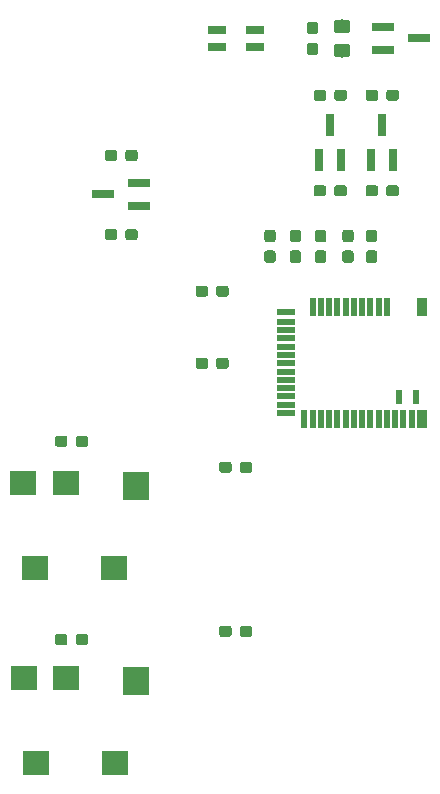
<source format=gbr>
G04 #@! TF.GenerationSoftware,KiCad,Pcbnew,5.0.0-fee4fd1~66~ubuntu16.04.1*
G04 #@! TF.CreationDate,2018-09-26T19:07:44+05:30*
G04 #@! TF.ProjectId,senseBeRx_rev1,73656E7365426552785F726576312E6B,rev?*
G04 #@! TF.SameCoordinates,Original*
G04 #@! TF.FileFunction,Paste,Top*
G04 #@! TF.FilePolarity,Positive*
%FSLAX46Y46*%
G04 Gerber Fmt 4.6, Leading zero omitted, Abs format (unit mm)*
G04 Created by KiCad (PCBNEW 5.0.0-fee4fd1~66~ubuntu16.04.1) date Wed Sep 26 19:07:44 2018*
%MOMM*%
%LPD*%
G01*
G04 APERTURE LIST*
%ADD10R,2.200000X2.000000*%
%ADD11R,2.200000X2.400000*%
%ADD12C,0.100000*%
%ADD13C,0.950000*%
%ADD14R,1.600000X0.800000*%
%ADD15R,1.900000X0.800000*%
%ADD16R,0.800000X1.900000*%
%ADD17R,0.500000X1.200000*%
%ADD18R,0.900000X1.600000*%
%ADD19R,0.500000X1.600000*%
%ADD20R,1.600000X0.500000*%
%ADD21C,1.150000*%
G04 APERTURE END LIST*
D10*
G04 #@! TO.C,J2*
X103050000Y-143870000D03*
X109750000Y-143870000D03*
X102050000Y-136670000D03*
X105650000Y-136670000D03*
D11*
X111550000Y-136870000D03*
G04 #@! TD*
D12*
G04 #@! TO.C,R9*
G36*
X107285779Y-132926144D02*
X107308834Y-132929563D01*
X107331443Y-132935227D01*
X107353387Y-132943079D01*
X107374457Y-132953044D01*
X107394448Y-132965026D01*
X107413168Y-132978910D01*
X107430438Y-132994562D01*
X107446090Y-133011832D01*
X107459974Y-133030552D01*
X107471956Y-133050543D01*
X107481921Y-133071613D01*
X107489773Y-133093557D01*
X107495437Y-133116166D01*
X107498856Y-133139221D01*
X107500000Y-133162500D01*
X107500000Y-133637500D01*
X107498856Y-133660779D01*
X107495437Y-133683834D01*
X107489773Y-133706443D01*
X107481921Y-133728387D01*
X107471956Y-133749457D01*
X107459974Y-133769448D01*
X107446090Y-133788168D01*
X107430438Y-133805438D01*
X107413168Y-133821090D01*
X107394448Y-133834974D01*
X107374457Y-133846956D01*
X107353387Y-133856921D01*
X107331443Y-133864773D01*
X107308834Y-133870437D01*
X107285779Y-133873856D01*
X107262500Y-133875000D01*
X106687500Y-133875000D01*
X106664221Y-133873856D01*
X106641166Y-133870437D01*
X106618557Y-133864773D01*
X106596613Y-133856921D01*
X106575543Y-133846956D01*
X106555552Y-133834974D01*
X106536832Y-133821090D01*
X106519562Y-133805438D01*
X106503910Y-133788168D01*
X106490026Y-133769448D01*
X106478044Y-133749457D01*
X106468079Y-133728387D01*
X106460227Y-133706443D01*
X106454563Y-133683834D01*
X106451144Y-133660779D01*
X106450000Y-133637500D01*
X106450000Y-133162500D01*
X106451144Y-133139221D01*
X106454563Y-133116166D01*
X106460227Y-133093557D01*
X106468079Y-133071613D01*
X106478044Y-133050543D01*
X106490026Y-133030552D01*
X106503910Y-133011832D01*
X106519562Y-132994562D01*
X106536832Y-132978910D01*
X106555552Y-132965026D01*
X106575543Y-132953044D01*
X106596613Y-132943079D01*
X106618557Y-132935227D01*
X106641166Y-132929563D01*
X106664221Y-132926144D01*
X106687500Y-132925000D01*
X107262500Y-132925000D01*
X107285779Y-132926144D01*
X107285779Y-132926144D01*
G37*
D13*
X106975000Y-133400000D03*
D12*
G36*
X105535779Y-132926144D02*
X105558834Y-132929563D01*
X105581443Y-132935227D01*
X105603387Y-132943079D01*
X105624457Y-132953044D01*
X105644448Y-132965026D01*
X105663168Y-132978910D01*
X105680438Y-132994562D01*
X105696090Y-133011832D01*
X105709974Y-133030552D01*
X105721956Y-133050543D01*
X105731921Y-133071613D01*
X105739773Y-133093557D01*
X105745437Y-133116166D01*
X105748856Y-133139221D01*
X105750000Y-133162500D01*
X105750000Y-133637500D01*
X105748856Y-133660779D01*
X105745437Y-133683834D01*
X105739773Y-133706443D01*
X105731921Y-133728387D01*
X105721956Y-133749457D01*
X105709974Y-133769448D01*
X105696090Y-133788168D01*
X105680438Y-133805438D01*
X105663168Y-133821090D01*
X105644448Y-133834974D01*
X105624457Y-133846956D01*
X105603387Y-133856921D01*
X105581443Y-133864773D01*
X105558834Y-133870437D01*
X105535779Y-133873856D01*
X105512500Y-133875000D01*
X104937500Y-133875000D01*
X104914221Y-133873856D01*
X104891166Y-133870437D01*
X104868557Y-133864773D01*
X104846613Y-133856921D01*
X104825543Y-133846956D01*
X104805552Y-133834974D01*
X104786832Y-133821090D01*
X104769562Y-133805438D01*
X104753910Y-133788168D01*
X104740026Y-133769448D01*
X104728044Y-133749457D01*
X104718079Y-133728387D01*
X104710227Y-133706443D01*
X104704563Y-133683834D01*
X104701144Y-133660779D01*
X104700000Y-133637500D01*
X104700000Y-133162500D01*
X104701144Y-133139221D01*
X104704563Y-133116166D01*
X104710227Y-133093557D01*
X104718079Y-133071613D01*
X104728044Y-133050543D01*
X104740026Y-133030552D01*
X104753910Y-133011832D01*
X104769562Y-132994562D01*
X104786832Y-132978910D01*
X104805552Y-132965026D01*
X104825543Y-132953044D01*
X104846613Y-132943079D01*
X104868557Y-132935227D01*
X104891166Y-132929563D01*
X104914221Y-132926144D01*
X104937500Y-132925000D01*
X105512500Y-132925000D01*
X105535779Y-132926144D01*
X105535779Y-132926144D01*
G37*
D13*
X105225000Y-133400000D03*
G04 #@! TD*
D11*
G04 #@! TO.C,J1*
X111530000Y-120370000D03*
D10*
X105630000Y-120170000D03*
X102030000Y-120170000D03*
X109730000Y-127370000D03*
X103030000Y-127370000D03*
G04 #@! TD*
D14*
G04 #@! TO.C,D1*
X118400000Y-81800000D03*
X121600000Y-81800000D03*
X121600000Y-83200000D03*
X118400000Y-83200000D03*
G04 #@! TD*
D15*
G04 #@! TO.C,Q1*
X132500000Y-81550000D03*
X132500000Y-83450000D03*
X135500000Y-82500000D03*
G04 #@! TD*
D16*
G04 #@! TO.C,Q2*
X131450000Y-92800000D03*
X133350000Y-92800000D03*
X132400000Y-89800000D03*
G04 #@! TD*
G04 #@! TO.C,Q3*
X128000000Y-89800000D03*
X128950000Y-92800000D03*
X127050000Y-92800000D03*
G04 #@! TD*
D15*
G04 #@! TO.C,Q4*
X108800000Y-95700000D03*
X111800000Y-94750000D03*
X111800000Y-96650000D03*
G04 #@! TD*
D17*
G04 #@! TO.C,U1*
X133850000Y-112900000D03*
X135250000Y-112900000D03*
D18*
X135800000Y-114750000D03*
D19*
X134900000Y-114750000D03*
X134200000Y-114750000D03*
X133500000Y-114750000D03*
X132800000Y-114750000D03*
X132100000Y-114750000D03*
X131400000Y-114750000D03*
X130700000Y-114750000D03*
X130000000Y-114750000D03*
X129300000Y-114750000D03*
X128600000Y-114750000D03*
X127900000Y-114750000D03*
X127200000Y-114750000D03*
X126500000Y-114750000D03*
X125800000Y-114750000D03*
D20*
X124250000Y-114200000D03*
X124250000Y-113500000D03*
X124250000Y-112800000D03*
X124250000Y-112100000D03*
X124250000Y-111400000D03*
X124250000Y-110700000D03*
X124250000Y-110000000D03*
X124250000Y-109300000D03*
X124250000Y-108600000D03*
X124250000Y-107900000D03*
X124250000Y-107200000D03*
X124250000Y-106500000D03*
D19*
X126500000Y-105250000D03*
X127200000Y-105250000D03*
X127900000Y-105250000D03*
X128600000Y-105250000D03*
X129300000Y-105250000D03*
X130000000Y-105250000D03*
X130700000Y-105250000D03*
X131400000Y-105250000D03*
X132100000Y-105250000D03*
D18*
X135800000Y-105250000D03*
D19*
X132800000Y-105250000D03*
D20*
X124250000Y-105700000D03*
G04 #@! TD*
D12*
G04 #@! TO.C,C1*
G36*
X131760779Y-98701144D02*
X131783834Y-98704563D01*
X131806443Y-98710227D01*
X131828387Y-98718079D01*
X131849457Y-98728044D01*
X131869448Y-98740026D01*
X131888168Y-98753910D01*
X131905438Y-98769562D01*
X131921090Y-98786832D01*
X131934974Y-98805552D01*
X131946956Y-98825543D01*
X131956921Y-98846613D01*
X131964773Y-98868557D01*
X131970437Y-98891166D01*
X131973856Y-98914221D01*
X131975000Y-98937500D01*
X131975000Y-99512500D01*
X131973856Y-99535779D01*
X131970437Y-99558834D01*
X131964773Y-99581443D01*
X131956921Y-99603387D01*
X131946956Y-99624457D01*
X131934974Y-99644448D01*
X131921090Y-99663168D01*
X131905438Y-99680438D01*
X131888168Y-99696090D01*
X131869448Y-99709974D01*
X131849457Y-99721956D01*
X131828387Y-99731921D01*
X131806443Y-99739773D01*
X131783834Y-99745437D01*
X131760779Y-99748856D01*
X131737500Y-99750000D01*
X131262500Y-99750000D01*
X131239221Y-99748856D01*
X131216166Y-99745437D01*
X131193557Y-99739773D01*
X131171613Y-99731921D01*
X131150543Y-99721956D01*
X131130552Y-99709974D01*
X131111832Y-99696090D01*
X131094562Y-99680438D01*
X131078910Y-99663168D01*
X131065026Y-99644448D01*
X131053044Y-99624457D01*
X131043079Y-99603387D01*
X131035227Y-99581443D01*
X131029563Y-99558834D01*
X131026144Y-99535779D01*
X131025000Y-99512500D01*
X131025000Y-98937500D01*
X131026144Y-98914221D01*
X131029563Y-98891166D01*
X131035227Y-98868557D01*
X131043079Y-98846613D01*
X131053044Y-98825543D01*
X131065026Y-98805552D01*
X131078910Y-98786832D01*
X131094562Y-98769562D01*
X131111832Y-98753910D01*
X131130552Y-98740026D01*
X131150543Y-98728044D01*
X131171613Y-98718079D01*
X131193557Y-98710227D01*
X131216166Y-98704563D01*
X131239221Y-98701144D01*
X131262500Y-98700000D01*
X131737500Y-98700000D01*
X131760779Y-98701144D01*
X131760779Y-98701144D01*
G37*
D13*
X131500000Y-99225000D03*
D12*
G36*
X131760779Y-100451144D02*
X131783834Y-100454563D01*
X131806443Y-100460227D01*
X131828387Y-100468079D01*
X131849457Y-100478044D01*
X131869448Y-100490026D01*
X131888168Y-100503910D01*
X131905438Y-100519562D01*
X131921090Y-100536832D01*
X131934974Y-100555552D01*
X131946956Y-100575543D01*
X131956921Y-100596613D01*
X131964773Y-100618557D01*
X131970437Y-100641166D01*
X131973856Y-100664221D01*
X131975000Y-100687500D01*
X131975000Y-101262500D01*
X131973856Y-101285779D01*
X131970437Y-101308834D01*
X131964773Y-101331443D01*
X131956921Y-101353387D01*
X131946956Y-101374457D01*
X131934974Y-101394448D01*
X131921090Y-101413168D01*
X131905438Y-101430438D01*
X131888168Y-101446090D01*
X131869448Y-101459974D01*
X131849457Y-101471956D01*
X131828387Y-101481921D01*
X131806443Y-101489773D01*
X131783834Y-101495437D01*
X131760779Y-101498856D01*
X131737500Y-101500000D01*
X131262500Y-101500000D01*
X131239221Y-101498856D01*
X131216166Y-101495437D01*
X131193557Y-101489773D01*
X131171613Y-101481921D01*
X131150543Y-101471956D01*
X131130552Y-101459974D01*
X131111832Y-101446090D01*
X131094562Y-101430438D01*
X131078910Y-101413168D01*
X131065026Y-101394448D01*
X131053044Y-101374457D01*
X131043079Y-101353387D01*
X131035227Y-101331443D01*
X131029563Y-101308834D01*
X131026144Y-101285779D01*
X131025000Y-101262500D01*
X131025000Y-100687500D01*
X131026144Y-100664221D01*
X131029563Y-100641166D01*
X131035227Y-100618557D01*
X131043079Y-100596613D01*
X131053044Y-100575543D01*
X131065026Y-100555552D01*
X131078910Y-100536832D01*
X131094562Y-100519562D01*
X131111832Y-100503910D01*
X131130552Y-100490026D01*
X131150543Y-100478044D01*
X131171613Y-100468079D01*
X131193557Y-100460227D01*
X131216166Y-100454563D01*
X131239221Y-100451144D01*
X131262500Y-100450000D01*
X131737500Y-100450000D01*
X131760779Y-100451144D01*
X131760779Y-100451144D01*
G37*
D13*
X131500000Y-100975000D03*
G04 #@! TD*
D12*
G04 #@! TO.C,C2*
G36*
X129474505Y-82951204D02*
X129498773Y-82954804D01*
X129522572Y-82960765D01*
X129545671Y-82969030D01*
X129567850Y-82979520D01*
X129588893Y-82992132D01*
X129608599Y-83006747D01*
X129626777Y-83023223D01*
X129643253Y-83041401D01*
X129657868Y-83061107D01*
X129670480Y-83082150D01*
X129680970Y-83104329D01*
X129689235Y-83127428D01*
X129695196Y-83151227D01*
X129698796Y-83175495D01*
X129700000Y-83199999D01*
X129700000Y-83850001D01*
X129698796Y-83874505D01*
X129695196Y-83898773D01*
X129689235Y-83922572D01*
X129680970Y-83945671D01*
X129670480Y-83967850D01*
X129657868Y-83988893D01*
X129643253Y-84008599D01*
X129626777Y-84026777D01*
X129608599Y-84043253D01*
X129588893Y-84057868D01*
X129567850Y-84070480D01*
X129545671Y-84080970D01*
X129522572Y-84089235D01*
X129498773Y-84095196D01*
X129474505Y-84098796D01*
X129450001Y-84100000D01*
X128549999Y-84100000D01*
X128525495Y-84098796D01*
X128501227Y-84095196D01*
X128477428Y-84089235D01*
X128454329Y-84080970D01*
X128432150Y-84070480D01*
X128411107Y-84057868D01*
X128391401Y-84043253D01*
X128373223Y-84026777D01*
X128356747Y-84008599D01*
X128342132Y-83988893D01*
X128329520Y-83967850D01*
X128319030Y-83945671D01*
X128310765Y-83922572D01*
X128304804Y-83898773D01*
X128301204Y-83874505D01*
X128300000Y-83850001D01*
X128300000Y-83199999D01*
X128301204Y-83175495D01*
X128304804Y-83151227D01*
X128310765Y-83127428D01*
X128319030Y-83104329D01*
X128329520Y-83082150D01*
X128342132Y-83061107D01*
X128356747Y-83041401D01*
X128373223Y-83023223D01*
X128391401Y-83006747D01*
X128411107Y-82992132D01*
X128432150Y-82979520D01*
X128454329Y-82969030D01*
X128477428Y-82960765D01*
X128501227Y-82954804D01*
X128525495Y-82951204D01*
X128549999Y-82950000D01*
X129450001Y-82950000D01*
X129474505Y-82951204D01*
X129474505Y-82951204D01*
G37*
D21*
X129000000Y-83525000D03*
D12*
G36*
X129474505Y-80901204D02*
X129498773Y-80904804D01*
X129522572Y-80910765D01*
X129545671Y-80919030D01*
X129567850Y-80929520D01*
X129588893Y-80942132D01*
X129608599Y-80956747D01*
X129626777Y-80973223D01*
X129643253Y-80991401D01*
X129657868Y-81011107D01*
X129670480Y-81032150D01*
X129680970Y-81054329D01*
X129689235Y-81077428D01*
X129695196Y-81101227D01*
X129698796Y-81125495D01*
X129700000Y-81149999D01*
X129700000Y-81800001D01*
X129698796Y-81824505D01*
X129695196Y-81848773D01*
X129689235Y-81872572D01*
X129680970Y-81895671D01*
X129670480Y-81917850D01*
X129657868Y-81938893D01*
X129643253Y-81958599D01*
X129626777Y-81976777D01*
X129608599Y-81993253D01*
X129588893Y-82007868D01*
X129567850Y-82020480D01*
X129545671Y-82030970D01*
X129522572Y-82039235D01*
X129498773Y-82045196D01*
X129474505Y-82048796D01*
X129450001Y-82050000D01*
X128549999Y-82050000D01*
X128525495Y-82048796D01*
X128501227Y-82045196D01*
X128477428Y-82039235D01*
X128454329Y-82030970D01*
X128432150Y-82020480D01*
X128411107Y-82007868D01*
X128391401Y-81993253D01*
X128373223Y-81976777D01*
X128356747Y-81958599D01*
X128342132Y-81938893D01*
X128329520Y-81917850D01*
X128319030Y-81895671D01*
X128310765Y-81872572D01*
X128304804Y-81848773D01*
X128301204Y-81824505D01*
X128300000Y-81800001D01*
X128300000Y-81149999D01*
X128301204Y-81125495D01*
X128304804Y-81101227D01*
X128310765Y-81077428D01*
X128319030Y-81054329D01*
X128329520Y-81032150D01*
X128342132Y-81011107D01*
X128356747Y-80991401D01*
X128373223Y-80973223D01*
X128391401Y-80956747D01*
X128411107Y-80942132D01*
X128432150Y-80929520D01*
X128454329Y-80919030D01*
X128477428Y-80910765D01*
X128501227Y-80904804D01*
X128525495Y-80901204D01*
X128549999Y-80900000D01*
X129450001Y-80900000D01*
X129474505Y-80901204D01*
X129474505Y-80901204D01*
G37*
D21*
X129000000Y-81475000D03*
G04 #@! TD*
D12*
G04 #@! TO.C,C3*
G36*
X125310779Y-98701144D02*
X125333834Y-98704563D01*
X125356443Y-98710227D01*
X125378387Y-98718079D01*
X125399457Y-98728044D01*
X125419448Y-98740026D01*
X125438168Y-98753910D01*
X125455438Y-98769562D01*
X125471090Y-98786832D01*
X125484974Y-98805552D01*
X125496956Y-98825543D01*
X125506921Y-98846613D01*
X125514773Y-98868557D01*
X125520437Y-98891166D01*
X125523856Y-98914221D01*
X125525000Y-98937500D01*
X125525000Y-99512500D01*
X125523856Y-99535779D01*
X125520437Y-99558834D01*
X125514773Y-99581443D01*
X125506921Y-99603387D01*
X125496956Y-99624457D01*
X125484974Y-99644448D01*
X125471090Y-99663168D01*
X125455438Y-99680438D01*
X125438168Y-99696090D01*
X125419448Y-99709974D01*
X125399457Y-99721956D01*
X125378387Y-99731921D01*
X125356443Y-99739773D01*
X125333834Y-99745437D01*
X125310779Y-99748856D01*
X125287500Y-99750000D01*
X124812500Y-99750000D01*
X124789221Y-99748856D01*
X124766166Y-99745437D01*
X124743557Y-99739773D01*
X124721613Y-99731921D01*
X124700543Y-99721956D01*
X124680552Y-99709974D01*
X124661832Y-99696090D01*
X124644562Y-99680438D01*
X124628910Y-99663168D01*
X124615026Y-99644448D01*
X124603044Y-99624457D01*
X124593079Y-99603387D01*
X124585227Y-99581443D01*
X124579563Y-99558834D01*
X124576144Y-99535779D01*
X124575000Y-99512500D01*
X124575000Y-98937500D01*
X124576144Y-98914221D01*
X124579563Y-98891166D01*
X124585227Y-98868557D01*
X124593079Y-98846613D01*
X124603044Y-98825543D01*
X124615026Y-98805552D01*
X124628910Y-98786832D01*
X124644562Y-98769562D01*
X124661832Y-98753910D01*
X124680552Y-98740026D01*
X124700543Y-98728044D01*
X124721613Y-98718079D01*
X124743557Y-98710227D01*
X124766166Y-98704563D01*
X124789221Y-98701144D01*
X124812500Y-98700000D01*
X125287500Y-98700000D01*
X125310779Y-98701144D01*
X125310779Y-98701144D01*
G37*
D13*
X125050000Y-99225000D03*
D12*
G36*
X125310779Y-100451144D02*
X125333834Y-100454563D01*
X125356443Y-100460227D01*
X125378387Y-100468079D01*
X125399457Y-100478044D01*
X125419448Y-100490026D01*
X125438168Y-100503910D01*
X125455438Y-100519562D01*
X125471090Y-100536832D01*
X125484974Y-100555552D01*
X125496956Y-100575543D01*
X125506921Y-100596613D01*
X125514773Y-100618557D01*
X125520437Y-100641166D01*
X125523856Y-100664221D01*
X125525000Y-100687500D01*
X125525000Y-101262500D01*
X125523856Y-101285779D01*
X125520437Y-101308834D01*
X125514773Y-101331443D01*
X125506921Y-101353387D01*
X125496956Y-101374457D01*
X125484974Y-101394448D01*
X125471090Y-101413168D01*
X125455438Y-101430438D01*
X125438168Y-101446090D01*
X125419448Y-101459974D01*
X125399457Y-101471956D01*
X125378387Y-101481921D01*
X125356443Y-101489773D01*
X125333834Y-101495437D01*
X125310779Y-101498856D01*
X125287500Y-101500000D01*
X124812500Y-101500000D01*
X124789221Y-101498856D01*
X124766166Y-101495437D01*
X124743557Y-101489773D01*
X124721613Y-101481921D01*
X124700543Y-101471956D01*
X124680552Y-101459974D01*
X124661832Y-101446090D01*
X124644562Y-101430438D01*
X124628910Y-101413168D01*
X124615026Y-101394448D01*
X124603044Y-101374457D01*
X124593079Y-101353387D01*
X124585227Y-101331443D01*
X124579563Y-101308834D01*
X124576144Y-101285779D01*
X124575000Y-101262500D01*
X124575000Y-100687500D01*
X124576144Y-100664221D01*
X124579563Y-100641166D01*
X124585227Y-100618557D01*
X124593079Y-100596613D01*
X124603044Y-100575543D01*
X124615026Y-100555552D01*
X124628910Y-100536832D01*
X124644562Y-100519562D01*
X124661832Y-100503910D01*
X124680552Y-100490026D01*
X124700543Y-100478044D01*
X124721613Y-100468079D01*
X124743557Y-100460227D01*
X124766166Y-100454563D01*
X124789221Y-100451144D01*
X124812500Y-100450000D01*
X125287500Y-100450000D01*
X125310779Y-100451144D01*
X125310779Y-100451144D01*
G37*
D13*
X125050000Y-100975000D03*
G04 #@! TD*
D12*
G04 #@! TO.C,C4*
G36*
X119185779Y-103426144D02*
X119208834Y-103429563D01*
X119231443Y-103435227D01*
X119253387Y-103443079D01*
X119274457Y-103453044D01*
X119294448Y-103465026D01*
X119313168Y-103478910D01*
X119330438Y-103494562D01*
X119346090Y-103511832D01*
X119359974Y-103530552D01*
X119371956Y-103550543D01*
X119381921Y-103571613D01*
X119389773Y-103593557D01*
X119395437Y-103616166D01*
X119398856Y-103639221D01*
X119400000Y-103662500D01*
X119400000Y-104137500D01*
X119398856Y-104160779D01*
X119395437Y-104183834D01*
X119389773Y-104206443D01*
X119381921Y-104228387D01*
X119371956Y-104249457D01*
X119359974Y-104269448D01*
X119346090Y-104288168D01*
X119330438Y-104305438D01*
X119313168Y-104321090D01*
X119294448Y-104334974D01*
X119274457Y-104346956D01*
X119253387Y-104356921D01*
X119231443Y-104364773D01*
X119208834Y-104370437D01*
X119185779Y-104373856D01*
X119162500Y-104375000D01*
X118587500Y-104375000D01*
X118564221Y-104373856D01*
X118541166Y-104370437D01*
X118518557Y-104364773D01*
X118496613Y-104356921D01*
X118475543Y-104346956D01*
X118455552Y-104334974D01*
X118436832Y-104321090D01*
X118419562Y-104305438D01*
X118403910Y-104288168D01*
X118390026Y-104269448D01*
X118378044Y-104249457D01*
X118368079Y-104228387D01*
X118360227Y-104206443D01*
X118354563Y-104183834D01*
X118351144Y-104160779D01*
X118350000Y-104137500D01*
X118350000Y-103662500D01*
X118351144Y-103639221D01*
X118354563Y-103616166D01*
X118360227Y-103593557D01*
X118368079Y-103571613D01*
X118378044Y-103550543D01*
X118390026Y-103530552D01*
X118403910Y-103511832D01*
X118419562Y-103494562D01*
X118436832Y-103478910D01*
X118455552Y-103465026D01*
X118475543Y-103453044D01*
X118496613Y-103443079D01*
X118518557Y-103435227D01*
X118541166Y-103429563D01*
X118564221Y-103426144D01*
X118587500Y-103425000D01*
X119162500Y-103425000D01*
X119185779Y-103426144D01*
X119185779Y-103426144D01*
G37*
D13*
X118875000Y-103900000D03*
D12*
G36*
X117435779Y-103426144D02*
X117458834Y-103429563D01*
X117481443Y-103435227D01*
X117503387Y-103443079D01*
X117524457Y-103453044D01*
X117544448Y-103465026D01*
X117563168Y-103478910D01*
X117580438Y-103494562D01*
X117596090Y-103511832D01*
X117609974Y-103530552D01*
X117621956Y-103550543D01*
X117631921Y-103571613D01*
X117639773Y-103593557D01*
X117645437Y-103616166D01*
X117648856Y-103639221D01*
X117650000Y-103662500D01*
X117650000Y-104137500D01*
X117648856Y-104160779D01*
X117645437Y-104183834D01*
X117639773Y-104206443D01*
X117631921Y-104228387D01*
X117621956Y-104249457D01*
X117609974Y-104269448D01*
X117596090Y-104288168D01*
X117580438Y-104305438D01*
X117563168Y-104321090D01*
X117544448Y-104334974D01*
X117524457Y-104346956D01*
X117503387Y-104356921D01*
X117481443Y-104364773D01*
X117458834Y-104370437D01*
X117435779Y-104373856D01*
X117412500Y-104375000D01*
X116837500Y-104375000D01*
X116814221Y-104373856D01*
X116791166Y-104370437D01*
X116768557Y-104364773D01*
X116746613Y-104356921D01*
X116725543Y-104346956D01*
X116705552Y-104334974D01*
X116686832Y-104321090D01*
X116669562Y-104305438D01*
X116653910Y-104288168D01*
X116640026Y-104269448D01*
X116628044Y-104249457D01*
X116618079Y-104228387D01*
X116610227Y-104206443D01*
X116604563Y-104183834D01*
X116601144Y-104160779D01*
X116600000Y-104137500D01*
X116600000Y-103662500D01*
X116601144Y-103639221D01*
X116604563Y-103616166D01*
X116610227Y-103593557D01*
X116618079Y-103571613D01*
X116628044Y-103550543D01*
X116640026Y-103530552D01*
X116653910Y-103511832D01*
X116669562Y-103494562D01*
X116686832Y-103478910D01*
X116705552Y-103465026D01*
X116725543Y-103453044D01*
X116746613Y-103443079D01*
X116768557Y-103435227D01*
X116791166Y-103429563D01*
X116814221Y-103426144D01*
X116837500Y-103425000D01*
X117412500Y-103425000D01*
X117435779Y-103426144D01*
X117435779Y-103426144D01*
G37*
D13*
X117125000Y-103900000D03*
G04 #@! TD*
D12*
G04 #@! TO.C,C5*
G36*
X123160779Y-100451144D02*
X123183834Y-100454563D01*
X123206443Y-100460227D01*
X123228387Y-100468079D01*
X123249457Y-100478044D01*
X123269448Y-100490026D01*
X123288168Y-100503910D01*
X123305438Y-100519562D01*
X123321090Y-100536832D01*
X123334974Y-100555552D01*
X123346956Y-100575543D01*
X123356921Y-100596613D01*
X123364773Y-100618557D01*
X123370437Y-100641166D01*
X123373856Y-100664221D01*
X123375000Y-100687500D01*
X123375000Y-101262500D01*
X123373856Y-101285779D01*
X123370437Y-101308834D01*
X123364773Y-101331443D01*
X123356921Y-101353387D01*
X123346956Y-101374457D01*
X123334974Y-101394448D01*
X123321090Y-101413168D01*
X123305438Y-101430438D01*
X123288168Y-101446090D01*
X123269448Y-101459974D01*
X123249457Y-101471956D01*
X123228387Y-101481921D01*
X123206443Y-101489773D01*
X123183834Y-101495437D01*
X123160779Y-101498856D01*
X123137500Y-101500000D01*
X122662500Y-101500000D01*
X122639221Y-101498856D01*
X122616166Y-101495437D01*
X122593557Y-101489773D01*
X122571613Y-101481921D01*
X122550543Y-101471956D01*
X122530552Y-101459974D01*
X122511832Y-101446090D01*
X122494562Y-101430438D01*
X122478910Y-101413168D01*
X122465026Y-101394448D01*
X122453044Y-101374457D01*
X122443079Y-101353387D01*
X122435227Y-101331443D01*
X122429563Y-101308834D01*
X122426144Y-101285779D01*
X122425000Y-101262500D01*
X122425000Y-100687500D01*
X122426144Y-100664221D01*
X122429563Y-100641166D01*
X122435227Y-100618557D01*
X122443079Y-100596613D01*
X122453044Y-100575543D01*
X122465026Y-100555552D01*
X122478910Y-100536832D01*
X122494562Y-100519562D01*
X122511832Y-100503910D01*
X122530552Y-100490026D01*
X122550543Y-100478044D01*
X122571613Y-100468079D01*
X122593557Y-100460227D01*
X122616166Y-100454563D01*
X122639221Y-100451144D01*
X122662500Y-100450000D01*
X123137500Y-100450000D01*
X123160779Y-100451144D01*
X123160779Y-100451144D01*
G37*
D13*
X122900000Y-100975000D03*
D12*
G36*
X123160779Y-98701144D02*
X123183834Y-98704563D01*
X123206443Y-98710227D01*
X123228387Y-98718079D01*
X123249457Y-98728044D01*
X123269448Y-98740026D01*
X123288168Y-98753910D01*
X123305438Y-98769562D01*
X123321090Y-98786832D01*
X123334974Y-98805552D01*
X123346956Y-98825543D01*
X123356921Y-98846613D01*
X123364773Y-98868557D01*
X123370437Y-98891166D01*
X123373856Y-98914221D01*
X123375000Y-98937500D01*
X123375000Y-99512500D01*
X123373856Y-99535779D01*
X123370437Y-99558834D01*
X123364773Y-99581443D01*
X123356921Y-99603387D01*
X123346956Y-99624457D01*
X123334974Y-99644448D01*
X123321090Y-99663168D01*
X123305438Y-99680438D01*
X123288168Y-99696090D01*
X123269448Y-99709974D01*
X123249457Y-99721956D01*
X123228387Y-99731921D01*
X123206443Y-99739773D01*
X123183834Y-99745437D01*
X123160779Y-99748856D01*
X123137500Y-99750000D01*
X122662500Y-99750000D01*
X122639221Y-99748856D01*
X122616166Y-99745437D01*
X122593557Y-99739773D01*
X122571613Y-99731921D01*
X122550543Y-99721956D01*
X122530552Y-99709974D01*
X122511832Y-99696090D01*
X122494562Y-99680438D01*
X122478910Y-99663168D01*
X122465026Y-99644448D01*
X122453044Y-99624457D01*
X122443079Y-99603387D01*
X122435227Y-99581443D01*
X122429563Y-99558834D01*
X122426144Y-99535779D01*
X122425000Y-99512500D01*
X122425000Y-98937500D01*
X122426144Y-98914221D01*
X122429563Y-98891166D01*
X122435227Y-98868557D01*
X122443079Y-98846613D01*
X122453044Y-98825543D01*
X122465026Y-98805552D01*
X122478910Y-98786832D01*
X122494562Y-98769562D01*
X122511832Y-98753910D01*
X122530552Y-98740026D01*
X122550543Y-98728044D01*
X122571613Y-98718079D01*
X122593557Y-98710227D01*
X122616166Y-98704563D01*
X122639221Y-98701144D01*
X122662500Y-98700000D01*
X123137500Y-98700000D01*
X123160779Y-98701144D01*
X123160779Y-98701144D01*
G37*
D13*
X122900000Y-99225000D03*
G04 #@! TD*
D12*
G04 #@! TO.C,C6*
G36*
X117435779Y-109526144D02*
X117458834Y-109529563D01*
X117481443Y-109535227D01*
X117503387Y-109543079D01*
X117524457Y-109553044D01*
X117544448Y-109565026D01*
X117563168Y-109578910D01*
X117580438Y-109594562D01*
X117596090Y-109611832D01*
X117609974Y-109630552D01*
X117621956Y-109650543D01*
X117631921Y-109671613D01*
X117639773Y-109693557D01*
X117645437Y-109716166D01*
X117648856Y-109739221D01*
X117650000Y-109762500D01*
X117650000Y-110237500D01*
X117648856Y-110260779D01*
X117645437Y-110283834D01*
X117639773Y-110306443D01*
X117631921Y-110328387D01*
X117621956Y-110349457D01*
X117609974Y-110369448D01*
X117596090Y-110388168D01*
X117580438Y-110405438D01*
X117563168Y-110421090D01*
X117544448Y-110434974D01*
X117524457Y-110446956D01*
X117503387Y-110456921D01*
X117481443Y-110464773D01*
X117458834Y-110470437D01*
X117435779Y-110473856D01*
X117412500Y-110475000D01*
X116837500Y-110475000D01*
X116814221Y-110473856D01*
X116791166Y-110470437D01*
X116768557Y-110464773D01*
X116746613Y-110456921D01*
X116725543Y-110446956D01*
X116705552Y-110434974D01*
X116686832Y-110421090D01*
X116669562Y-110405438D01*
X116653910Y-110388168D01*
X116640026Y-110369448D01*
X116628044Y-110349457D01*
X116618079Y-110328387D01*
X116610227Y-110306443D01*
X116604563Y-110283834D01*
X116601144Y-110260779D01*
X116600000Y-110237500D01*
X116600000Y-109762500D01*
X116601144Y-109739221D01*
X116604563Y-109716166D01*
X116610227Y-109693557D01*
X116618079Y-109671613D01*
X116628044Y-109650543D01*
X116640026Y-109630552D01*
X116653910Y-109611832D01*
X116669562Y-109594562D01*
X116686832Y-109578910D01*
X116705552Y-109565026D01*
X116725543Y-109553044D01*
X116746613Y-109543079D01*
X116768557Y-109535227D01*
X116791166Y-109529563D01*
X116814221Y-109526144D01*
X116837500Y-109525000D01*
X117412500Y-109525000D01*
X117435779Y-109526144D01*
X117435779Y-109526144D01*
G37*
D13*
X117125000Y-110000000D03*
D12*
G36*
X119185779Y-109526144D02*
X119208834Y-109529563D01*
X119231443Y-109535227D01*
X119253387Y-109543079D01*
X119274457Y-109553044D01*
X119294448Y-109565026D01*
X119313168Y-109578910D01*
X119330438Y-109594562D01*
X119346090Y-109611832D01*
X119359974Y-109630552D01*
X119371956Y-109650543D01*
X119381921Y-109671613D01*
X119389773Y-109693557D01*
X119395437Y-109716166D01*
X119398856Y-109739221D01*
X119400000Y-109762500D01*
X119400000Y-110237500D01*
X119398856Y-110260779D01*
X119395437Y-110283834D01*
X119389773Y-110306443D01*
X119381921Y-110328387D01*
X119371956Y-110349457D01*
X119359974Y-110369448D01*
X119346090Y-110388168D01*
X119330438Y-110405438D01*
X119313168Y-110421090D01*
X119294448Y-110434974D01*
X119274457Y-110446956D01*
X119253387Y-110456921D01*
X119231443Y-110464773D01*
X119208834Y-110470437D01*
X119185779Y-110473856D01*
X119162500Y-110475000D01*
X118587500Y-110475000D01*
X118564221Y-110473856D01*
X118541166Y-110470437D01*
X118518557Y-110464773D01*
X118496613Y-110456921D01*
X118475543Y-110446956D01*
X118455552Y-110434974D01*
X118436832Y-110421090D01*
X118419562Y-110405438D01*
X118403910Y-110388168D01*
X118390026Y-110369448D01*
X118378044Y-110349457D01*
X118368079Y-110328387D01*
X118360227Y-110306443D01*
X118354563Y-110283834D01*
X118351144Y-110260779D01*
X118350000Y-110237500D01*
X118350000Y-109762500D01*
X118351144Y-109739221D01*
X118354563Y-109716166D01*
X118360227Y-109693557D01*
X118368079Y-109671613D01*
X118378044Y-109650543D01*
X118390026Y-109630552D01*
X118403910Y-109611832D01*
X118419562Y-109594562D01*
X118436832Y-109578910D01*
X118455552Y-109565026D01*
X118475543Y-109553044D01*
X118496613Y-109543079D01*
X118518557Y-109535227D01*
X118541166Y-109529563D01*
X118564221Y-109526144D01*
X118587500Y-109525000D01*
X119162500Y-109525000D01*
X119185779Y-109526144D01*
X119185779Y-109526144D01*
G37*
D13*
X118875000Y-110000000D03*
G04 #@! TD*
D12*
G04 #@! TO.C,C7*
G36*
X126760779Y-81101144D02*
X126783834Y-81104563D01*
X126806443Y-81110227D01*
X126828387Y-81118079D01*
X126849457Y-81128044D01*
X126869448Y-81140026D01*
X126888168Y-81153910D01*
X126905438Y-81169562D01*
X126921090Y-81186832D01*
X126934974Y-81205552D01*
X126946956Y-81225543D01*
X126956921Y-81246613D01*
X126964773Y-81268557D01*
X126970437Y-81291166D01*
X126973856Y-81314221D01*
X126975000Y-81337500D01*
X126975000Y-81912500D01*
X126973856Y-81935779D01*
X126970437Y-81958834D01*
X126964773Y-81981443D01*
X126956921Y-82003387D01*
X126946956Y-82024457D01*
X126934974Y-82044448D01*
X126921090Y-82063168D01*
X126905438Y-82080438D01*
X126888168Y-82096090D01*
X126869448Y-82109974D01*
X126849457Y-82121956D01*
X126828387Y-82131921D01*
X126806443Y-82139773D01*
X126783834Y-82145437D01*
X126760779Y-82148856D01*
X126737500Y-82150000D01*
X126262500Y-82150000D01*
X126239221Y-82148856D01*
X126216166Y-82145437D01*
X126193557Y-82139773D01*
X126171613Y-82131921D01*
X126150543Y-82121956D01*
X126130552Y-82109974D01*
X126111832Y-82096090D01*
X126094562Y-82080438D01*
X126078910Y-82063168D01*
X126065026Y-82044448D01*
X126053044Y-82024457D01*
X126043079Y-82003387D01*
X126035227Y-81981443D01*
X126029563Y-81958834D01*
X126026144Y-81935779D01*
X126025000Y-81912500D01*
X126025000Y-81337500D01*
X126026144Y-81314221D01*
X126029563Y-81291166D01*
X126035227Y-81268557D01*
X126043079Y-81246613D01*
X126053044Y-81225543D01*
X126065026Y-81205552D01*
X126078910Y-81186832D01*
X126094562Y-81169562D01*
X126111832Y-81153910D01*
X126130552Y-81140026D01*
X126150543Y-81128044D01*
X126171613Y-81118079D01*
X126193557Y-81110227D01*
X126216166Y-81104563D01*
X126239221Y-81101144D01*
X126262500Y-81100000D01*
X126737500Y-81100000D01*
X126760779Y-81101144D01*
X126760779Y-81101144D01*
G37*
D13*
X126500000Y-81625000D03*
D12*
G36*
X126760779Y-82851144D02*
X126783834Y-82854563D01*
X126806443Y-82860227D01*
X126828387Y-82868079D01*
X126849457Y-82878044D01*
X126869448Y-82890026D01*
X126888168Y-82903910D01*
X126905438Y-82919562D01*
X126921090Y-82936832D01*
X126934974Y-82955552D01*
X126946956Y-82975543D01*
X126956921Y-82996613D01*
X126964773Y-83018557D01*
X126970437Y-83041166D01*
X126973856Y-83064221D01*
X126975000Y-83087500D01*
X126975000Y-83662500D01*
X126973856Y-83685779D01*
X126970437Y-83708834D01*
X126964773Y-83731443D01*
X126956921Y-83753387D01*
X126946956Y-83774457D01*
X126934974Y-83794448D01*
X126921090Y-83813168D01*
X126905438Y-83830438D01*
X126888168Y-83846090D01*
X126869448Y-83859974D01*
X126849457Y-83871956D01*
X126828387Y-83881921D01*
X126806443Y-83889773D01*
X126783834Y-83895437D01*
X126760779Y-83898856D01*
X126737500Y-83900000D01*
X126262500Y-83900000D01*
X126239221Y-83898856D01*
X126216166Y-83895437D01*
X126193557Y-83889773D01*
X126171613Y-83881921D01*
X126150543Y-83871956D01*
X126130552Y-83859974D01*
X126111832Y-83846090D01*
X126094562Y-83830438D01*
X126078910Y-83813168D01*
X126065026Y-83794448D01*
X126053044Y-83774457D01*
X126043079Y-83753387D01*
X126035227Y-83731443D01*
X126029563Y-83708834D01*
X126026144Y-83685779D01*
X126025000Y-83662500D01*
X126025000Y-83087500D01*
X126026144Y-83064221D01*
X126029563Y-83041166D01*
X126035227Y-83018557D01*
X126043079Y-82996613D01*
X126053044Y-82975543D01*
X126065026Y-82955552D01*
X126078910Y-82936832D01*
X126094562Y-82919562D01*
X126111832Y-82903910D01*
X126130552Y-82890026D01*
X126150543Y-82878044D01*
X126171613Y-82868079D01*
X126193557Y-82860227D01*
X126216166Y-82854563D01*
X126239221Y-82851144D01*
X126262500Y-82850000D01*
X126737500Y-82850000D01*
X126760779Y-82851144D01*
X126760779Y-82851144D01*
G37*
D13*
X126500000Y-83375000D03*
G04 #@! TD*
D12*
G04 #@! TO.C,C8*
G36*
X121185779Y-118326144D02*
X121208834Y-118329563D01*
X121231443Y-118335227D01*
X121253387Y-118343079D01*
X121274457Y-118353044D01*
X121294448Y-118365026D01*
X121313168Y-118378910D01*
X121330438Y-118394562D01*
X121346090Y-118411832D01*
X121359974Y-118430552D01*
X121371956Y-118450543D01*
X121381921Y-118471613D01*
X121389773Y-118493557D01*
X121395437Y-118516166D01*
X121398856Y-118539221D01*
X121400000Y-118562500D01*
X121400000Y-119037500D01*
X121398856Y-119060779D01*
X121395437Y-119083834D01*
X121389773Y-119106443D01*
X121381921Y-119128387D01*
X121371956Y-119149457D01*
X121359974Y-119169448D01*
X121346090Y-119188168D01*
X121330438Y-119205438D01*
X121313168Y-119221090D01*
X121294448Y-119234974D01*
X121274457Y-119246956D01*
X121253387Y-119256921D01*
X121231443Y-119264773D01*
X121208834Y-119270437D01*
X121185779Y-119273856D01*
X121162500Y-119275000D01*
X120587500Y-119275000D01*
X120564221Y-119273856D01*
X120541166Y-119270437D01*
X120518557Y-119264773D01*
X120496613Y-119256921D01*
X120475543Y-119246956D01*
X120455552Y-119234974D01*
X120436832Y-119221090D01*
X120419562Y-119205438D01*
X120403910Y-119188168D01*
X120390026Y-119169448D01*
X120378044Y-119149457D01*
X120368079Y-119128387D01*
X120360227Y-119106443D01*
X120354563Y-119083834D01*
X120351144Y-119060779D01*
X120350000Y-119037500D01*
X120350000Y-118562500D01*
X120351144Y-118539221D01*
X120354563Y-118516166D01*
X120360227Y-118493557D01*
X120368079Y-118471613D01*
X120378044Y-118450543D01*
X120390026Y-118430552D01*
X120403910Y-118411832D01*
X120419562Y-118394562D01*
X120436832Y-118378910D01*
X120455552Y-118365026D01*
X120475543Y-118353044D01*
X120496613Y-118343079D01*
X120518557Y-118335227D01*
X120541166Y-118329563D01*
X120564221Y-118326144D01*
X120587500Y-118325000D01*
X121162500Y-118325000D01*
X121185779Y-118326144D01*
X121185779Y-118326144D01*
G37*
D13*
X120875000Y-118800000D03*
D12*
G36*
X119435779Y-118326144D02*
X119458834Y-118329563D01*
X119481443Y-118335227D01*
X119503387Y-118343079D01*
X119524457Y-118353044D01*
X119544448Y-118365026D01*
X119563168Y-118378910D01*
X119580438Y-118394562D01*
X119596090Y-118411832D01*
X119609974Y-118430552D01*
X119621956Y-118450543D01*
X119631921Y-118471613D01*
X119639773Y-118493557D01*
X119645437Y-118516166D01*
X119648856Y-118539221D01*
X119650000Y-118562500D01*
X119650000Y-119037500D01*
X119648856Y-119060779D01*
X119645437Y-119083834D01*
X119639773Y-119106443D01*
X119631921Y-119128387D01*
X119621956Y-119149457D01*
X119609974Y-119169448D01*
X119596090Y-119188168D01*
X119580438Y-119205438D01*
X119563168Y-119221090D01*
X119544448Y-119234974D01*
X119524457Y-119246956D01*
X119503387Y-119256921D01*
X119481443Y-119264773D01*
X119458834Y-119270437D01*
X119435779Y-119273856D01*
X119412500Y-119275000D01*
X118837500Y-119275000D01*
X118814221Y-119273856D01*
X118791166Y-119270437D01*
X118768557Y-119264773D01*
X118746613Y-119256921D01*
X118725543Y-119246956D01*
X118705552Y-119234974D01*
X118686832Y-119221090D01*
X118669562Y-119205438D01*
X118653910Y-119188168D01*
X118640026Y-119169448D01*
X118628044Y-119149457D01*
X118618079Y-119128387D01*
X118610227Y-119106443D01*
X118604563Y-119083834D01*
X118601144Y-119060779D01*
X118600000Y-119037500D01*
X118600000Y-118562500D01*
X118601144Y-118539221D01*
X118604563Y-118516166D01*
X118610227Y-118493557D01*
X118618079Y-118471613D01*
X118628044Y-118450543D01*
X118640026Y-118430552D01*
X118653910Y-118411832D01*
X118669562Y-118394562D01*
X118686832Y-118378910D01*
X118705552Y-118365026D01*
X118725543Y-118353044D01*
X118746613Y-118343079D01*
X118768557Y-118335227D01*
X118791166Y-118329563D01*
X118814221Y-118326144D01*
X118837500Y-118325000D01*
X119412500Y-118325000D01*
X119435779Y-118326144D01*
X119435779Y-118326144D01*
G37*
D13*
X119125000Y-118800000D03*
G04 #@! TD*
D12*
G04 #@! TO.C,R1*
G36*
X131835779Y-94926144D02*
X131858834Y-94929563D01*
X131881443Y-94935227D01*
X131903387Y-94943079D01*
X131924457Y-94953044D01*
X131944448Y-94965026D01*
X131963168Y-94978910D01*
X131980438Y-94994562D01*
X131996090Y-95011832D01*
X132009974Y-95030552D01*
X132021956Y-95050543D01*
X132031921Y-95071613D01*
X132039773Y-95093557D01*
X132045437Y-95116166D01*
X132048856Y-95139221D01*
X132050000Y-95162500D01*
X132050000Y-95637500D01*
X132048856Y-95660779D01*
X132045437Y-95683834D01*
X132039773Y-95706443D01*
X132031921Y-95728387D01*
X132021956Y-95749457D01*
X132009974Y-95769448D01*
X131996090Y-95788168D01*
X131980438Y-95805438D01*
X131963168Y-95821090D01*
X131944448Y-95834974D01*
X131924457Y-95846956D01*
X131903387Y-95856921D01*
X131881443Y-95864773D01*
X131858834Y-95870437D01*
X131835779Y-95873856D01*
X131812500Y-95875000D01*
X131237500Y-95875000D01*
X131214221Y-95873856D01*
X131191166Y-95870437D01*
X131168557Y-95864773D01*
X131146613Y-95856921D01*
X131125543Y-95846956D01*
X131105552Y-95834974D01*
X131086832Y-95821090D01*
X131069562Y-95805438D01*
X131053910Y-95788168D01*
X131040026Y-95769448D01*
X131028044Y-95749457D01*
X131018079Y-95728387D01*
X131010227Y-95706443D01*
X131004563Y-95683834D01*
X131001144Y-95660779D01*
X131000000Y-95637500D01*
X131000000Y-95162500D01*
X131001144Y-95139221D01*
X131004563Y-95116166D01*
X131010227Y-95093557D01*
X131018079Y-95071613D01*
X131028044Y-95050543D01*
X131040026Y-95030552D01*
X131053910Y-95011832D01*
X131069562Y-94994562D01*
X131086832Y-94978910D01*
X131105552Y-94965026D01*
X131125543Y-94953044D01*
X131146613Y-94943079D01*
X131168557Y-94935227D01*
X131191166Y-94929563D01*
X131214221Y-94926144D01*
X131237500Y-94925000D01*
X131812500Y-94925000D01*
X131835779Y-94926144D01*
X131835779Y-94926144D01*
G37*
D13*
X131525000Y-95400000D03*
D12*
G36*
X133585779Y-94926144D02*
X133608834Y-94929563D01*
X133631443Y-94935227D01*
X133653387Y-94943079D01*
X133674457Y-94953044D01*
X133694448Y-94965026D01*
X133713168Y-94978910D01*
X133730438Y-94994562D01*
X133746090Y-95011832D01*
X133759974Y-95030552D01*
X133771956Y-95050543D01*
X133781921Y-95071613D01*
X133789773Y-95093557D01*
X133795437Y-95116166D01*
X133798856Y-95139221D01*
X133800000Y-95162500D01*
X133800000Y-95637500D01*
X133798856Y-95660779D01*
X133795437Y-95683834D01*
X133789773Y-95706443D01*
X133781921Y-95728387D01*
X133771956Y-95749457D01*
X133759974Y-95769448D01*
X133746090Y-95788168D01*
X133730438Y-95805438D01*
X133713168Y-95821090D01*
X133694448Y-95834974D01*
X133674457Y-95846956D01*
X133653387Y-95856921D01*
X133631443Y-95864773D01*
X133608834Y-95870437D01*
X133585779Y-95873856D01*
X133562500Y-95875000D01*
X132987500Y-95875000D01*
X132964221Y-95873856D01*
X132941166Y-95870437D01*
X132918557Y-95864773D01*
X132896613Y-95856921D01*
X132875543Y-95846956D01*
X132855552Y-95834974D01*
X132836832Y-95821090D01*
X132819562Y-95805438D01*
X132803910Y-95788168D01*
X132790026Y-95769448D01*
X132778044Y-95749457D01*
X132768079Y-95728387D01*
X132760227Y-95706443D01*
X132754563Y-95683834D01*
X132751144Y-95660779D01*
X132750000Y-95637500D01*
X132750000Y-95162500D01*
X132751144Y-95139221D01*
X132754563Y-95116166D01*
X132760227Y-95093557D01*
X132768079Y-95071613D01*
X132778044Y-95050543D01*
X132790026Y-95030552D01*
X132803910Y-95011832D01*
X132819562Y-94994562D01*
X132836832Y-94978910D01*
X132855552Y-94965026D01*
X132875543Y-94953044D01*
X132896613Y-94943079D01*
X132918557Y-94935227D01*
X132941166Y-94929563D01*
X132964221Y-94926144D01*
X132987500Y-94925000D01*
X133562500Y-94925000D01*
X133585779Y-94926144D01*
X133585779Y-94926144D01*
G37*
D13*
X133275000Y-95400000D03*
G04 #@! TD*
D12*
G04 #@! TO.C,R2*
G36*
X127435779Y-86826144D02*
X127458834Y-86829563D01*
X127481443Y-86835227D01*
X127503387Y-86843079D01*
X127524457Y-86853044D01*
X127544448Y-86865026D01*
X127563168Y-86878910D01*
X127580438Y-86894562D01*
X127596090Y-86911832D01*
X127609974Y-86930552D01*
X127621956Y-86950543D01*
X127631921Y-86971613D01*
X127639773Y-86993557D01*
X127645437Y-87016166D01*
X127648856Y-87039221D01*
X127650000Y-87062500D01*
X127650000Y-87537500D01*
X127648856Y-87560779D01*
X127645437Y-87583834D01*
X127639773Y-87606443D01*
X127631921Y-87628387D01*
X127621956Y-87649457D01*
X127609974Y-87669448D01*
X127596090Y-87688168D01*
X127580438Y-87705438D01*
X127563168Y-87721090D01*
X127544448Y-87734974D01*
X127524457Y-87746956D01*
X127503387Y-87756921D01*
X127481443Y-87764773D01*
X127458834Y-87770437D01*
X127435779Y-87773856D01*
X127412500Y-87775000D01*
X126837500Y-87775000D01*
X126814221Y-87773856D01*
X126791166Y-87770437D01*
X126768557Y-87764773D01*
X126746613Y-87756921D01*
X126725543Y-87746956D01*
X126705552Y-87734974D01*
X126686832Y-87721090D01*
X126669562Y-87705438D01*
X126653910Y-87688168D01*
X126640026Y-87669448D01*
X126628044Y-87649457D01*
X126618079Y-87628387D01*
X126610227Y-87606443D01*
X126604563Y-87583834D01*
X126601144Y-87560779D01*
X126600000Y-87537500D01*
X126600000Y-87062500D01*
X126601144Y-87039221D01*
X126604563Y-87016166D01*
X126610227Y-86993557D01*
X126618079Y-86971613D01*
X126628044Y-86950543D01*
X126640026Y-86930552D01*
X126653910Y-86911832D01*
X126669562Y-86894562D01*
X126686832Y-86878910D01*
X126705552Y-86865026D01*
X126725543Y-86853044D01*
X126746613Y-86843079D01*
X126768557Y-86835227D01*
X126791166Y-86829563D01*
X126814221Y-86826144D01*
X126837500Y-86825000D01*
X127412500Y-86825000D01*
X127435779Y-86826144D01*
X127435779Y-86826144D01*
G37*
D13*
X127125000Y-87300000D03*
D12*
G36*
X129185779Y-86826144D02*
X129208834Y-86829563D01*
X129231443Y-86835227D01*
X129253387Y-86843079D01*
X129274457Y-86853044D01*
X129294448Y-86865026D01*
X129313168Y-86878910D01*
X129330438Y-86894562D01*
X129346090Y-86911832D01*
X129359974Y-86930552D01*
X129371956Y-86950543D01*
X129381921Y-86971613D01*
X129389773Y-86993557D01*
X129395437Y-87016166D01*
X129398856Y-87039221D01*
X129400000Y-87062500D01*
X129400000Y-87537500D01*
X129398856Y-87560779D01*
X129395437Y-87583834D01*
X129389773Y-87606443D01*
X129381921Y-87628387D01*
X129371956Y-87649457D01*
X129359974Y-87669448D01*
X129346090Y-87688168D01*
X129330438Y-87705438D01*
X129313168Y-87721090D01*
X129294448Y-87734974D01*
X129274457Y-87746956D01*
X129253387Y-87756921D01*
X129231443Y-87764773D01*
X129208834Y-87770437D01*
X129185779Y-87773856D01*
X129162500Y-87775000D01*
X128587500Y-87775000D01*
X128564221Y-87773856D01*
X128541166Y-87770437D01*
X128518557Y-87764773D01*
X128496613Y-87756921D01*
X128475543Y-87746956D01*
X128455552Y-87734974D01*
X128436832Y-87721090D01*
X128419562Y-87705438D01*
X128403910Y-87688168D01*
X128390026Y-87669448D01*
X128378044Y-87649457D01*
X128368079Y-87628387D01*
X128360227Y-87606443D01*
X128354563Y-87583834D01*
X128351144Y-87560779D01*
X128350000Y-87537500D01*
X128350000Y-87062500D01*
X128351144Y-87039221D01*
X128354563Y-87016166D01*
X128360227Y-86993557D01*
X128368079Y-86971613D01*
X128378044Y-86950543D01*
X128390026Y-86930552D01*
X128403910Y-86911832D01*
X128419562Y-86894562D01*
X128436832Y-86878910D01*
X128455552Y-86865026D01*
X128475543Y-86853044D01*
X128496613Y-86843079D01*
X128518557Y-86835227D01*
X128541166Y-86829563D01*
X128564221Y-86826144D01*
X128587500Y-86825000D01*
X129162500Y-86825000D01*
X129185779Y-86826144D01*
X129185779Y-86826144D01*
G37*
D13*
X128875000Y-87300000D03*
G04 #@! TD*
D12*
G04 #@! TO.C,R3*
G36*
X133585779Y-86826144D02*
X133608834Y-86829563D01*
X133631443Y-86835227D01*
X133653387Y-86843079D01*
X133674457Y-86853044D01*
X133694448Y-86865026D01*
X133713168Y-86878910D01*
X133730438Y-86894562D01*
X133746090Y-86911832D01*
X133759974Y-86930552D01*
X133771956Y-86950543D01*
X133781921Y-86971613D01*
X133789773Y-86993557D01*
X133795437Y-87016166D01*
X133798856Y-87039221D01*
X133800000Y-87062500D01*
X133800000Y-87537500D01*
X133798856Y-87560779D01*
X133795437Y-87583834D01*
X133789773Y-87606443D01*
X133781921Y-87628387D01*
X133771956Y-87649457D01*
X133759974Y-87669448D01*
X133746090Y-87688168D01*
X133730438Y-87705438D01*
X133713168Y-87721090D01*
X133694448Y-87734974D01*
X133674457Y-87746956D01*
X133653387Y-87756921D01*
X133631443Y-87764773D01*
X133608834Y-87770437D01*
X133585779Y-87773856D01*
X133562500Y-87775000D01*
X132987500Y-87775000D01*
X132964221Y-87773856D01*
X132941166Y-87770437D01*
X132918557Y-87764773D01*
X132896613Y-87756921D01*
X132875543Y-87746956D01*
X132855552Y-87734974D01*
X132836832Y-87721090D01*
X132819562Y-87705438D01*
X132803910Y-87688168D01*
X132790026Y-87669448D01*
X132778044Y-87649457D01*
X132768079Y-87628387D01*
X132760227Y-87606443D01*
X132754563Y-87583834D01*
X132751144Y-87560779D01*
X132750000Y-87537500D01*
X132750000Y-87062500D01*
X132751144Y-87039221D01*
X132754563Y-87016166D01*
X132760227Y-86993557D01*
X132768079Y-86971613D01*
X132778044Y-86950543D01*
X132790026Y-86930552D01*
X132803910Y-86911832D01*
X132819562Y-86894562D01*
X132836832Y-86878910D01*
X132855552Y-86865026D01*
X132875543Y-86853044D01*
X132896613Y-86843079D01*
X132918557Y-86835227D01*
X132941166Y-86829563D01*
X132964221Y-86826144D01*
X132987500Y-86825000D01*
X133562500Y-86825000D01*
X133585779Y-86826144D01*
X133585779Y-86826144D01*
G37*
D13*
X133275000Y-87300000D03*
D12*
G36*
X131835779Y-86826144D02*
X131858834Y-86829563D01*
X131881443Y-86835227D01*
X131903387Y-86843079D01*
X131924457Y-86853044D01*
X131944448Y-86865026D01*
X131963168Y-86878910D01*
X131980438Y-86894562D01*
X131996090Y-86911832D01*
X132009974Y-86930552D01*
X132021956Y-86950543D01*
X132031921Y-86971613D01*
X132039773Y-86993557D01*
X132045437Y-87016166D01*
X132048856Y-87039221D01*
X132050000Y-87062500D01*
X132050000Y-87537500D01*
X132048856Y-87560779D01*
X132045437Y-87583834D01*
X132039773Y-87606443D01*
X132031921Y-87628387D01*
X132021956Y-87649457D01*
X132009974Y-87669448D01*
X131996090Y-87688168D01*
X131980438Y-87705438D01*
X131963168Y-87721090D01*
X131944448Y-87734974D01*
X131924457Y-87746956D01*
X131903387Y-87756921D01*
X131881443Y-87764773D01*
X131858834Y-87770437D01*
X131835779Y-87773856D01*
X131812500Y-87775000D01*
X131237500Y-87775000D01*
X131214221Y-87773856D01*
X131191166Y-87770437D01*
X131168557Y-87764773D01*
X131146613Y-87756921D01*
X131125543Y-87746956D01*
X131105552Y-87734974D01*
X131086832Y-87721090D01*
X131069562Y-87705438D01*
X131053910Y-87688168D01*
X131040026Y-87669448D01*
X131028044Y-87649457D01*
X131018079Y-87628387D01*
X131010227Y-87606443D01*
X131004563Y-87583834D01*
X131001144Y-87560779D01*
X131000000Y-87537500D01*
X131000000Y-87062500D01*
X131001144Y-87039221D01*
X131004563Y-87016166D01*
X131010227Y-86993557D01*
X131018079Y-86971613D01*
X131028044Y-86950543D01*
X131040026Y-86930552D01*
X131053910Y-86911832D01*
X131069562Y-86894562D01*
X131086832Y-86878910D01*
X131105552Y-86865026D01*
X131125543Y-86853044D01*
X131146613Y-86843079D01*
X131168557Y-86835227D01*
X131191166Y-86829563D01*
X131214221Y-86826144D01*
X131237500Y-86825000D01*
X131812500Y-86825000D01*
X131835779Y-86826144D01*
X131835779Y-86826144D01*
G37*
D13*
X131525000Y-87300000D03*
G04 #@! TD*
D12*
G04 #@! TO.C,R4*
G36*
X129185779Y-94926144D02*
X129208834Y-94929563D01*
X129231443Y-94935227D01*
X129253387Y-94943079D01*
X129274457Y-94953044D01*
X129294448Y-94965026D01*
X129313168Y-94978910D01*
X129330438Y-94994562D01*
X129346090Y-95011832D01*
X129359974Y-95030552D01*
X129371956Y-95050543D01*
X129381921Y-95071613D01*
X129389773Y-95093557D01*
X129395437Y-95116166D01*
X129398856Y-95139221D01*
X129400000Y-95162500D01*
X129400000Y-95637500D01*
X129398856Y-95660779D01*
X129395437Y-95683834D01*
X129389773Y-95706443D01*
X129381921Y-95728387D01*
X129371956Y-95749457D01*
X129359974Y-95769448D01*
X129346090Y-95788168D01*
X129330438Y-95805438D01*
X129313168Y-95821090D01*
X129294448Y-95834974D01*
X129274457Y-95846956D01*
X129253387Y-95856921D01*
X129231443Y-95864773D01*
X129208834Y-95870437D01*
X129185779Y-95873856D01*
X129162500Y-95875000D01*
X128587500Y-95875000D01*
X128564221Y-95873856D01*
X128541166Y-95870437D01*
X128518557Y-95864773D01*
X128496613Y-95856921D01*
X128475543Y-95846956D01*
X128455552Y-95834974D01*
X128436832Y-95821090D01*
X128419562Y-95805438D01*
X128403910Y-95788168D01*
X128390026Y-95769448D01*
X128378044Y-95749457D01*
X128368079Y-95728387D01*
X128360227Y-95706443D01*
X128354563Y-95683834D01*
X128351144Y-95660779D01*
X128350000Y-95637500D01*
X128350000Y-95162500D01*
X128351144Y-95139221D01*
X128354563Y-95116166D01*
X128360227Y-95093557D01*
X128368079Y-95071613D01*
X128378044Y-95050543D01*
X128390026Y-95030552D01*
X128403910Y-95011832D01*
X128419562Y-94994562D01*
X128436832Y-94978910D01*
X128455552Y-94965026D01*
X128475543Y-94953044D01*
X128496613Y-94943079D01*
X128518557Y-94935227D01*
X128541166Y-94929563D01*
X128564221Y-94926144D01*
X128587500Y-94925000D01*
X129162500Y-94925000D01*
X129185779Y-94926144D01*
X129185779Y-94926144D01*
G37*
D13*
X128875000Y-95400000D03*
D12*
G36*
X127435779Y-94926144D02*
X127458834Y-94929563D01*
X127481443Y-94935227D01*
X127503387Y-94943079D01*
X127524457Y-94953044D01*
X127544448Y-94965026D01*
X127563168Y-94978910D01*
X127580438Y-94994562D01*
X127596090Y-95011832D01*
X127609974Y-95030552D01*
X127621956Y-95050543D01*
X127631921Y-95071613D01*
X127639773Y-95093557D01*
X127645437Y-95116166D01*
X127648856Y-95139221D01*
X127650000Y-95162500D01*
X127650000Y-95637500D01*
X127648856Y-95660779D01*
X127645437Y-95683834D01*
X127639773Y-95706443D01*
X127631921Y-95728387D01*
X127621956Y-95749457D01*
X127609974Y-95769448D01*
X127596090Y-95788168D01*
X127580438Y-95805438D01*
X127563168Y-95821090D01*
X127544448Y-95834974D01*
X127524457Y-95846956D01*
X127503387Y-95856921D01*
X127481443Y-95864773D01*
X127458834Y-95870437D01*
X127435779Y-95873856D01*
X127412500Y-95875000D01*
X126837500Y-95875000D01*
X126814221Y-95873856D01*
X126791166Y-95870437D01*
X126768557Y-95864773D01*
X126746613Y-95856921D01*
X126725543Y-95846956D01*
X126705552Y-95834974D01*
X126686832Y-95821090D01*
X126669562Y-95805438D01*
X126653910Y-95788168D01*
X126640026Y-95769448D01*
X126628044Y-95749457D01*
X126618079Y-95728387D01*
X126610227Y-95706443D01*
X126604563Y-95683834D01*
X126601144Y-95660779D01*
X126600000Y-95637500D01*
X126600000Y-95162500D01*
X126601144Y-95139221D01*
X126604563Y-95116166D01*
X126610227Y-95093557D01*
X126618079Y-95071613D01*
X126628044Y-95050543D01*
X126640026Y-95030552D01*
X126653910Y-95011832D01*
X126669562Y-94994562D01*
X126686832Y-94978910D01*
X126705552Y-94965026D01*
X126725543Y-94953044D01*
X126746613Y-94943079D01*
X126768557Y-94935227D01*
X126791166Y-94929563D01*
X126814221Y-94926144D01*
X126837500Y-94925000D01*
X127412500Y-94925000D01*
X127435779Y-94926144D01*
X127435779Y-94926144D01*
G37*
D13*
X127125000Y-95400000D03*
G04 #@! TD*
D12*
G04 #@! TO.C,R5*
G36*
X119435779Y-132226144D02*
X119458834Y-132229563D01*
X119481443Y-132235227D01*
X119503387Y-132243079D01*
X119524457Y-132253044D01*
X119544448Y-132265026D01*
X119563168Y-132278910D01*
X119580438Y-132294562D01*
X119596090Y-132311832D01*
X119609974Y-132330552D01*
X119621956Y-132350543D01*
X119631921Y-132371613D01*
X119639773Y-132393557D01*
X119645437Y-132416166D01*
X119648856Y-132439221D01*
X119650000Y-132462500D01*
X119650000Y-132937500D01*
X119648856Y-132960779D01*
X119645437Y-132983834D01*
X119639773Y-133006443D01*
X119631921Y-133028387D01*
X119621956Y-133049457D01*
X119609974Y-133069448D01*
X119596090Y-133088168D01*
X119580438Y-133105438D01*
X119563168Y-133121090D01*
X119544448Y-133134974D01*
X119524457Y-133146956D01*
X119503387Y-133156921D01*
X119481443Y-133164773D01*
X119458834Y-133170437D01*
X119435779Y-133173856D01*
X119412500Y-133175000D01*
X118837500Y-133175000D01*
X118814221Y-133173856D01*
X118791166Y-133170437D01*
X118768557Y-133164773D01*
X118746613Y-133156921D01*
X118725543Y-133146956D01*
X118705552Y-133134974D01*
X118686832Y-133121090D01*
X118669562Y-133105438D01*
X118653910Y-133088168D01*
X118640026Y-133069448D01*
X118628044Y-133049457D01*
X118618079Y-133028387D01*
X118610227Y-133006443D01*
X118604563Y-132983834D01*
X118601144Y-132960779D01*
X118600000Y-132937500D01*
X118600000Y-132462500D01*
X118601144Y-132439221D01*
X118604563Y-132416166D01*
X118610227Y-132393557D01*
X118618079Y-132371613D01*
X118628044Y-132350543D01*
X118640026Y-132330552D01*
X118653910Y-132311832D01*
X118669562Y-132294562D01*
X118686832Y-132278910D01*
X118705552Y-132265026D01*
X118725543Y-132253044D01*
X118746613Y-132243079D01*
X118768557Y-132235227D01*
X118791166Y-132229563D01*
X118814221Y-132226144D01*
X118837500Y-132225000D01*
X119412500Y-132225000D01*
X119435779Y-132226144D01*
X119435779Y-132226144D01*
G37*
D13*
X119125000Y-132700000D03*
D12*
G36*
X121185779Y-132226144D02*
X121208834Y-132229563D01*
X121231443Y-132235227D01*
X121253387Y-132243079D01*
X121274457Y-132253044D01*
X121294448Y-132265026D01*
X121313168Y-132278910D01*
X121330438Y-132294562D01*
X121346090Y-132311832D01*
X121359974Y-132330552D01*
X121371956Y-132350543D01*
X121381921Y-132371613D01*
X121389773Y-132393557D01*
X121395437Y-132416166D01*
X121398856Y-132439221D01*
X121400000Y-132462500D01*
X121400000Y-132937500D01*
X121398856Y-132960779D01*
X121395437Y-132983834D01*
X121389773Y-133006443D01*
X121381921Y-133028387D01*
X121371956Y-133049457D01*
X121359974Y-133069448D01*
X121346090Y-133088168D01*
X121330438Y-133105438D01*
X121313168Y-133121090D01*
X121294448Y-133134974D01*
X121274457Y-133146956D01*
X121253387Y-133156921D01*
X121231443Y-133164773D01*
X121208834Y-133170437D01*
X121185779Y-133173856D01*
X121162500Y-133175000D01*
X120587500Y-133175000D01*
X120564221Y-133173856D01*
X120541166Y-133170437D01*
X120518557Y-133164773D01*
X120496613Y-133156921D01*
X120475543Y-133146956D01*
X120455552Y-133134974D01*
X120436832Y-133121090D01*
X120419562Y-133105438D01*
X120403910Y-133088168D01*
X120390026Y-133069448D01*
X120378044Y-133049457D01*
X120368079Y-133028387D01*
X120360227Y-133006443D01*
X120354563Y-132983834D01*
X120351144Y-132960779D01*
X120350000Y-132937500D01*
X120350000Y-132462500D01*
X120351144Y-132439221D01*
X120354563Y-132416166D01*
X120360227Y-132393557D01*
X120368079Y-132371613D01*
X120378044Y-132350543D01*
X120390026Y-132330552D01*
X120403910Y-132311832D01*
X120419562Y-132294562D01*
X120436832Y-132278910D01*
X120455552Y-132265026D01*
X120475543Y-132253044D01*
X120496613Y-132243079D01*
X120518557Y-132235227D01*
X120541166Y-132229563D01*
X120564221Y-132226144D01*
X120587500Y-132225000D01*
X121162500Y-132225000D01*
X121185779Y-132226144D01*
X121185779Y-132226144D01*
G37*
D13*
X120875000Y-132700000D03*
G04 #@! TD*
D12*
G04 #@! TO.C,R6*
G36*
X109735779Y-91926144D02*
X109758834Y-91929563D01*
X109781443Y-91935227D01*
X109803387Y-91943079D01*
X109824457Y-91953044D01*
X109844448Y-91965026D01*
X109863168Y-91978910D01*
X109880438Y-91994562D01*
X109896090Y-92011832D01*
X109909974Y-92030552D01*
X109921956Y-92050543D01*
X109931921Y-92071613D01*
X109939773Y-92093557D01*
X109945437Y-92116166D01*
X109948856Y-92139221D01*
X109950000Y-92162500D01*
X109950000Y-92637500D01*
X109948856Y-92660779D01*
X109945437Y-92683834D01*
X109939773Y-92706443D01*
X109931921Y-92728387D01*
X109921956Y-92749457D01*
X109909974Y-92769448D01*
X109896090Y-92788168D01*
X109880438Y-92805438D01*
X109863168Y-92821090D01*
X109844448Y-92834974D01*
X109824457Y-92846956D01*
X109803387Y-92856921D01*
X109781443Y-92864773D01*
X109758834Y-92870437D01*
X109735779Y-92873856D01*
X109712500Y-92875000D01*
X109137500Y-92875000D01*
X109114221Y-92873856D01*
X109091166Y-92870437D01*
X109068557Y-92864773D01*
X109046613Y-92856921D01*
X109025543Y-92846956D01*
X109005552Y-92834974D01*
X108986832Y-92821090D01*
X108969562Y-92805438D01*
X108953910Y-92788168D01*
X108940026Y-92769448D01*
X108928044Y-92749457D01*
X108918079Y-92728387D01*
X108910227Y-92706443D01*
X108904563Y-92683834D01*
X108901144Y-92660779D01*
X108900000Y-92637500D01*
X108900000Y-92162500D01*
X108901144Y-92139221D01*
X108904563Y-92116166D01*
X108910227Y-92093557D01*
X108918079Y-92071613D01*
X108928044Y-92050543D01*
X108940026Y-92030552D01*
X108953910Y-92011832D01*
X108969562Y-91994562D01*
X108986832Y-91978910D01*
X109005552Y-91965026D01*
X109025543Y-91953044D01*
X109046613Y-91943079D01*
X109068557Y-91935227D01*
X109091166Y-91929563D01*
X109114221Y-91926144D01*
X109137500Y-91925000D01*
X109712500Y-91925000D01*
X109735779Y-91926144D01*
X109735779Y-91926144D01*
G37*
D13*
X109425000Y-92400000D03*
D12*
G36*
X111485779Y-91926144D02*
X111508834Y-91929563D01*
X111531443Y-91935227D01*
X111553387Y-91943079D01*
X111574457Y-91953044D01*
X111594448Y-91965026D01*
X111613168Y-91978910D01*
X111630438Y-91994562D01*
X111646090Y-92011832D01*
X111659974Y-92030552D01*
X111671956Y-92050543D01*
X111681921Y-92071613D01*
X111689773Y-92093557D01*
X111695437Y-92116166D01*
X111698856Y-92139221D01*
X111700000Y-92162500D01*
X111700000Y-92637500D01*
X111698856Y-92660779D01*
X111695437Y-92683834D01*
X111689773Y-92706443D01*
X111681921Y-92728387D01*
X111671956Y-92749457D01*
X111659974Y-92769448D01*
X111646090Y-92788168D01*
X111630438Y-92805438D01*
X111613168Y-92821090D01*
X111594448Y-92834974D01*
X111574457Y-92846956D01*
X111553387Y-92856921D01*
X111531443Y-92864773D01*
X111508834Y-92870437D01*
X111485779Y-92873856D01*
X111462500Y-92875000D01*
X110887500Y-92875000D01*
X110864221Y-92873856D01*
X110841166Y-92870437D01*
X110818557Y-92864773D01*
X110796613Y-92856921D01*
X110775543Y-92846956D01*
X110755552Y-92834974D01*
X110736832Y-92821090D01*
X110719562Y-92805438D01*
X110703910Y-92788168D01*
X110690026Y-92769448D01*
X110678044Y-92749457D01*
X110668079Y-92728387D01*
X110660227Y-92706443D01*
X110654563Y-92683834D01*
X110651144Y-92660779D01*
X110650000Y-92637500D01*
X110650000Y-92162500D01*
X110651144Y-92139221D01*
X110654563Y-92116166D01*
X110660227Y-92093557D01*
X110668079Y-92071613D01*
X110678044Y-92050543D01*
X110690026Y-92030552D01*
X110703910Y-92011832D01*
X110719562Y-91994562D01*
X110736832Y-91978910D01*
X110755552Y-91965026D01*
X110775543Y-91953044D01*
X110796613Y-91943079D01*
X110818557Y-91935227D01*
X110841166Y-91929563D01*
X110864221Y-91926144D01*
X110887500Y-91925000D01*
X111462500Y-91925000D01*
X111485779Y-91926144D01*
X111485779Y-91926144D01*
G37*
D13*
X111175000Y-92400000D03*
G04 #@! TD*
D12*
G04 #@! TO.C,R7*
G36*
X109735779Y-98626144D02*
X109758834Y-98629563D01*
X109781443Y-98635227D01*
X109803387Y-98643079D01*
X109824457Y-98653044D01*
X109844448Y-98665026D01*
X109863168Y-98678910D01*
X109880438Y-98694562D01*
X109896090Y-98711832D01*
X109909974Y-98730552D01*
X109921956Y-98750543D01*
X109931921Y-98771613D01*
X109939773Y-98793557D01*
X109945437Y-98816166D01*
X109948856Y-98839221D01*
X109950000Y-98862500D01*
X109950000Y-99337500D01*
X109948856Y-99360779D01*
X109945437Y-99383834D01*
X109939773Y-99406443D01*
X109931921Y-99428387D01*
X109921956Y-99449457D01*
X109909974Y-99469448D01*
X109896090Y-99488168D01*
X109880438Y-99505438D01*
X109863168Y-99521090D01*
X109844448Y-99534974D01*
X109824457Y-99546956D01*
X109803387Y-99556921D01*
X109781443Y-99564773D01*
X109758834Y-99570437D01*
X109735779Y-99573856D01*
X109712500Y-99575000D01*
X109137500Y-99575000D01*
X109114221Y-99573856D01*
X109091166Y-99570437D01*
X109068557Y-99564773D01*
X109046613Y-99556921D01*
X109025543Y-99546956D01*
X109005552Y-99534974D01*
X108986832Y-99521090D01*
X108969562Y-99505438D01*
X108953910Y-99488168D01*
X108940026Y-99469448D01*
X108928044Y-99449457D01*
X108918079Y-99428387D01*
X108910227Y-99406443D01*
X108904563Y-99383834D01*
X108901144Y-99360779D01*
X108900000Y-99337500D01*
X108900000Y-98862500D01*
X108901144Y-98839221D01*
X108904563Y-98816166D01*
X108910227Y-98793557D01*
X108918079Y-98771613D01*
X108928044Y-98750543D01*
X108940026Y-98730552D01*
X108953910Y-98711832D01*
X108969562Y-98694562D01*
X108986832Y-98678910D01*
X109005552Y-98665026D01*
X109025543Y-98653044D01*
X109046613Y-98643079D01*
X109068557Y-98635227D01*
X109091166Y-98629563D01*
X109114221Y-98626144D01*
X109137500Y-98625000D01*
X109712500Y-98625000D01*
X109735779Y-98626144D01*
X109735779Y-98626144D01*
G37*
D13*
X109425000Y-99100000D03*
D12*
G36*
X111485779Y-98626144D02*
X111508834Y-98629563D01*
X111531443Y-98635227D01*
X111553387Y-98643079D01*
X111574457Y-98653044D01*
X111594448Y-98665026D01*
X111613168Y-98678910D01*
X111630438Y-98694562D01*
X111646090Y-98711832D01*
X111659974Y-98730552D01*
X111671956Y-98750543D01*
X111681921Y-98771613D01*
X111689773Y-98793557D01*
X111695437Y-98816166D01*
X111698856Y-98839221D01*
X111700000Y-98862500D01*
X111700000Y-99337500D01*
X111698856Y-99360779D01*
X111695437Y-99383834D01*
X111689773Y-99406443D01*
X111681921Y-99428387D01*
X111671956Y-99449457D01*
X111659974Y-99469448D01*
X111646090Y-99488168D01*
X111630438Y-99505438D01*
X111613168Y-99521090D01*
X111594448Y-99534974D01*
X111574457Y-99546956D01*
X111553387Y-99556921D01*
X111531443Y-99564773D01*
X111508834Y-99570437D01*
X111485779Y-99573856D01*
X111462500Y-99575000D01*
X110887500Y-99575000D01*
X110864221Y-99573856D01*
X110841166Y-99570437D01*
X110818557Y-99564773D01*
X110796613Y-99556921D01*
X110775543Y-99546956D01*
X110755552Y-99534974D01*
X110736832Y-99521090D01*
X110719562Y-99505438D01*
X110703910Y-99488168D01*
X110690026Y-99469448D01*
X110678044Y-99449457D01*
X110668079Y-99428387D01*
X110660227Y-99406443D01*
X110654563Y-99383834D01*
X110651144Y-99360779D01*
X110650000Y-99337500D01*
X110650000Y-98862500D01*
X110651144Y-98839221D01*
X110654563Y-98816166D01*
X110660227Y-98793557D01*
X110668079Y-98771613D01*
X110678044Y-98750543D01*
X110690026Y-98730552D01*
X110703910Y-98711832D01*
X110719562Y-98694562D01*
X110736832Y-98678910D01*
X110755552Y-98665026D01*
X110775543Y-98653044D01*
X110796613Y-98643079D01*
X110818557Y-98635227D01*
X110841166Y-98629563D01*
X110864221Y-98626144D01*
X110887500Y-98625000D01*
X111462500Y-98625000D01*
X111485779Y-98626144D01*
X111485779Y-98626144D01*
G37*
D13*
X111175000Y-99100000D03*
G04 #@! TD*
D12*
G04 #@! TO.C,R8*
G36*
X105535779Y-116126144D02*
X105558834Y-116129563D01*
X105581443Y-116135227D01*
X105603387Y-116143079D01*
X105624457Y-116153044D01*
X105644448Y-116165026D01*
X105663168Y-116178910D01*
X105680438Y-116194562D01*
X105696090Y-116211832D01*
X105709974Y-116230552D01*
X105721956Y-116250543D01*
X105731921Y-116271613D01*
X105739773Y-116293557D01*
X105745437Y-116316166D01*
X105748856Y-116339221D01*
X105750000Y-116362500D01*
X105750000Y-116837500D01*
X105748856Y-116860779D01*
X105745437Y-116883834D01*
X105739773Y-116906443D01*
X105731921Y-116928387D01*
X105721956Y-116949457D01*
X105709974Y-116969448D01*
X105696090Y-116988168D01*
X105680438Y-117005438D01*
X105663168Y-117021090D01*
X105644448Y-117034974D01*
X105624457Y-117046956D01*
X105603387Y-117056921D01*
X105581443Y-117064773D01*
X105558834Y-117070437D01*
X105535779Y-117073856D01*
X105512500Y-117075000D01*
X104937500Y-117075000D01*
X104914221Y-117073856D01*
X104891166Y-117070437D01*
X104868557Y-117064773D01*
X104846613Y-117056921D01*
X104825543Y-117046956D01*
X104805552Y-117034974D01*
X104786832Y-117021090D01*
X104769562Y-117005438D01*
X104753910Y-116988168D01*
X104740026Y-116969448D01*
X104728044Y-116949457D01*
X104718079Y-116928387D01*
X104710227Y-116906443D01*
X104704563Y-116883834D01*
X104701144Y-116860779D01*
X104700000Y-116837500D01*
X104700000Y-116362500D01*
X104701144Y-116339221D01*
X104704563Y-116316166D01*
X104710227Y-116293557D01*
X104718079Y-116271613D01*
X104728044Y-116250543D01*
X104740026Y-116230552D01*
X104753910Y-116211832D01*
X104769562Y-116194562D01*
X104786832Y-116178910D01*
X104805552Y-116165026D01*
X104825543Y-116153044D01*
X104846613Y-116143079D01*
X104868557Y-116135227D01*
X104891166Y-116129563D01*
X104914221Y-116126144D01*
X104937500Y-116125000D01*
X105512500Y-116125000D01*
X105535779Y-116126144D01*
X105535779Y-116126144D01*
G37*
D13*
X105225000Y-116600000D03*
D12*
G36*
X107285779Y-116126144D02*
X107308834Y-116129563D01*
X107331443Y-116135227D01*
X107353387Y-116143079D01*
X107374457Y-116153044D01*
X107394448Y-116165026D01*
X107413168Y-116178910D01*
X107430438Y-116194562D01*
X107446090Y-116211832D01*
X107459974Y-116230552D01*
X107471956Y-116250543D01*
X107481921Y-116271613D01*
X107489773Y-116293557D01*
X107495437Y-116316166D01*
X107498856Y-116339221D01*
X107500000Y-116362500D01*
X107500000Y-116837500D01*
X107498856Y-116860779D01*
X107495437Y-116883834D01*
X107489773Y-116906443D01*
X107481921Y-116928387D01*
X107471956Y-116949457D01*
X107459974Y-116969448D01*
X107446090Y-116988168D01*
X107430438Y-117005438D01*
X107413168Y-117021090D01*
X107394448Y-117034974D01*
X107374457Y-117046956D01*
X107353387Y-117056921D01*
X107331443Y-117064773D01*
X107308834Y-117070437D01*
X107285779Y-117073856D01*
X107262500Y-117075000D01*
X106687500Y-117075000D01*
X106664221Y-117073856D01*
X106641166Y-117070437D01*
X106618557Y-117064773D01*
X106596613Y-117056921D01*
X106575543Y-117046956D01*
X106555552Y-117034974D01*
X106536832Y-117021090D01*
X106519562Y-117005438D01*
X106503910Y-116988168D01*
X106490026Y-116969448D01*
X106478044Y-116949457D01*
X106468079Y-116928387D01*
X106460227Y-116906443D01*
X106454563Y-116883834D01*
X106451144Y-116860779D01*
X106450000Y-116837500D01*
X106450000Y-116362500D01*
X106451144Y-116339221D01*
X106454563Y-116316166D01*
X106460227Y-116293557D01*
X106468079Y-116271613D01*
X106478044Y-116250543D01*
X106490026Y-116230552D01*
X106503910Y-116211832D01*
X106519562Y-116194562D01*
X106536832Y-116178910D01*
X106555552Y-116165026D01*
X106575543Y-116153044D01*
X106596613Y-116143079D01*
X106618557Y-116135227D01*
X106641166Y-116129563D01*
X106664221Y-116126144D01*
X106687500Y-116125000D01*
X107262500Y-116125000D01*
X107285779Y-116126144D01*
X107285779Y-116126144D01*
G37*
D13*
X106975000Y-116600000D03*
G04 #@! TD*
D12*
G04 #@! TO.C,L1*
G36*
X129760779Y-98701144D02*
X129783834Y-98704563D01*
X129806443Y-98710227D01*
X129828387Y-98718079D01*
X129849457Y-98728044D01*
X129869448Y-98740026D01*
X129888168Y-98753910D01*
X129905438Y-98769562D01*
X129921090Y-98786832D01*
X129934974Y-98805552D01*
X129946956Y-98825543D01*
X129956921Y-98846613D01*
X129964773Y-98868557D01*
X129970437Y-98891166D01*
X129973856Y-98914221D01*
X129975000Y-98937500D01*
X129975000Y-99512500D01*
X129973856Y-99535779D01*
X129970437Y-99558834D01*
X129964773Y-99581443D01*
X129956921Y-99603387D01*
X129946956Y-99624457D01*
X129934974Y-99644448D01*
X129921090Y-99663168D01*
X129905438Y-99680438D01*
X129888168Y-99696090D01*
X129869448Y-99709974D01*
X129849457Y-99721956D01*
X129828387Y-99731921D01*
X129806443Y-99739773D01*
X129783834Y-99745437D01*
X129760779Y-99748856D01*
X129737500Y-99750000D01*
X129262500Y-99750000D01*
X129239221Y-99748856D01*
X129216166Y-99745437D01*
X129193557Y-99739773D01*
X129171613Y-99731921D01*
X129150543Y-99721956D01*
X129130552Y-99709974D01*
X129111832Y-99696090D01*
X129094562Y-99680438D01*
X129078910Y-99663168D01*
X129065026Y-99644448D01*
X129053044Y-99624457D01*
X129043079Y-99603387D01*
X129035227Y-99581443D01*
X129029563Y-99558834D01*
X129026144Y-99535779D01*
X129025000Y-99512500D01*
X129025000Y-98937500D01*
X129026144Y-98914221D01*
X129029563Y-98891166D01*
X129035227Y-98868557D01*
X129043079Y-98846613D01*
X129053044Y-98825543D01*
X129065026Y-98805552D01*
X129078910Y-98786832D01*
X129094562Y-98769562D01*
X129111832Y-98753910D01*
X129130552Y-98740026D01*
X129150543Y-98728044D01*
X129171613Y-98718079D01*
X129193557Y-98710227D01*
X129216166Y-98704563D01*
X129239221Y-98701144D01*
X129262500Y-98700000D01*
X129737500Y-98700000D01*
X129760779Y-98701144D01*
X129760779Y-98701144D01*
G37*
D13*
X129500000Y-99225000D03*
D12*
G36*
X129760779Y-100451144D02*
X129783834Y-100454563D01*
X129806443Y-100460227D01*
X129828387Y-100468079D01*
X129849457Y-100478044D01*
X129869448Y-100490026D01*
X129888168Y-100503910D01*
X129905438Y-100519562D01*
X129921090Y-100536832D01*
X129934974Y-100555552D01*
X129946956Y-100575543D01*
X129956921Y-100596613D01*
X129964773Y-100618557D01*
X129970437Y-100641166D01*
X129973856Y-100664221D01*
X129975000Y-100687500D01*
X129975000Y-101262500D01*
X129973856Y-101285779D01*
X129970437Y-101308834D01*
X129964773Y-101331443D01*
X129956921Y-101353387D01*
X129946956Y-101374457D01*
X129934974Y-101394448D01*
X129921090Y-101413168D01*
X129905438Y-101430438D01*
X129888168Y-101446090D01*
X129869448Y-101459974D01*
X129849457Y-101471956D01*
X129828387Y-101481921D01*
X129806443Y-101489773D01*
X129783834Y-101495437D01*
X129760779Y-101498856D01*
X129737500Y-101500000D01*
X129262500Y-101500000D01*
X129239221Y-101498856D01*
X129216166Y-101495437D01*
X129193557Y-101489773D01*
X129171613Y-101481921D01*
X129150543Y-101471956D01*
X129130552Y-101459974D01*
X129111832Y-101446090D01*
X129094562Y-101430438D01*
X129078910Y-101413168D01*
X129065026Y-101394448D01*
X129053044Y-101374457D01*
X129043079Y-101353387D01*
X129035227Y-101331443D01*
X129029563Y-101308834D01*
X129026144Y-101285779D01*
X129025000Y-101262500D01*
X129025000Y-100687500D01*
X129026144Y-100664221D01*
X129029563Y-100641166D01*
X129035227Y-100618557D01*
X129043079Y-100596613D01*
X129053044Y-100575543D01*
X129065026Y-100555552D01*
X129078910Y-100536832D01*
X129094562Y-100519562D01*
X129111832Y-100503910D01*
X129130552Y-100490026D01*
X129150543Y-100478044D01*
X129171613Y-100468079D01*
X129193557Y-100460227D01*
X129216166Y-100454563D01*
X129239221Y-100451144D01*
X129262500Y-100450000D01*
X129737500Y-100450000D01*
X129760779Y-100451144D01*
X129760779Y-100451144D01*
G37*
D13*
X129500000Y-100975000D03*
G04 #@! TD*
D12*
G04 #@! TO.C,L2*
G36*
X127460779Y-98701144D02*
X127483834Y-98704563D01*
X127506443Y-98710227D01*
X127528387Y-98718079D01*
X127549457Y-98728044D01*
X127569448Y-98740026D01*
X127588168Y-98753910D01*
X127605438Y-98769562D01*
X127621090Y-98786832D01*
X127634974Y-98805552D01*
X127646956Y-98825543D01*
X127656921Y-98846613D01*
X127664773Y-98868557D01*
X127670437Y-98891166D01*
X127673856Y-98914221D01*
X127675000Y-98937500D01*
X127675000Y-99512500D01*
X127673856Y-99535779D01*
X127670437Y-99558834D01*
X127664773Y-99581443D01*
X127656921Y-99603387D01*
X127646956Y-99624457D01*
X127634974Y-99644448D01*
X127621090Y-99663168D01*
X127605438Y-99680438D01*
X127588168Y-99696090D01*
X127569448Y-99709974D01*
X127549457Y-99721956D01*
X127528387Y-99731921D01*
X127506443Y-99739773D01*
X127483834Y-99745437D01*
X127460779Y-99748856D01*
X127437500Y-99750000D01*
X126962500Y-99750000D01*
X126939221Y-99748856D01*
X126916166Y-99745437D01*
X126893557Y-99739773D01*
X126871613Y-99731921D01*
X126850543Y-99721956D01*
X126830552Y-99709974D01*
X126811832Y-99696090D01*
X126794562Y-99680438D01*
X126778910Y-99663168D01*
X126765026Y-99644448D01*
X126753044Y-99624457D01*
X126743079Y-99603387D01*
X126735227Y-99581443D01*
X126729563Y-99558834D01*
X126726144Y-99535779D01*
X126725000Y-99512500D01*
X126725000Y-98937500D01*
X126726144Y-98914221D01*
X126729563Y-98891166D01*
X126735227Y-98868557D01*
X126743079Y-98846613D01*
X126753044Y-98825543D01*
X126765026Y-98805552D01*
X126778910Y-98786832D01*
X126794562Y-98769562D01*
X126811832Y-98753910D01*
X126830552Y-98740026D01*
X126850543Y-98728044D01*
X126871613Y-98718079D01*
X126893557Y-98710227D01*
X126916166Y-98704563D01*
X126939221Y-98701144D01*
X126962500Y-98700000D01*
X127437500Y-98700000D01*
X127460779Y-98701144D01*
X127460779Y-98701144D01*
G37*
D13*
X127200000Y-99225000D03*
D12*
G36*
X127460779Y-100451144D02*
X127483834Y-100454563D01*
X127506443Y-100460227D01*
X127528387Y-100468079D01*
X127549457Y-100478044D01*
X127569448Y-100490026D01*
X127588168Y-100503910D01*
X127605438Y-100519562D01*
X127621090Y-100536832D01*
X127634974Y-100555552D01*
X127646956Y-100575543D01*
X127656921Y-100596613D01*
X127664773Y-100618557D01*
X127670437Y-100641166D01*
X127673856Y-100664221D01*
X127675000Y-100687500D01*
X127675000Y-101262500D01*
X127673856Y-101285779D01*
X127670437Y-101308834D01*
X127664773Y-101331443D01*
X127656921Y-101353387D01*
X127646956Y-101374457D01*
X127634974Y-101394448D01*
X127621090Y-101413168D01*
X127605438Y-101430438D01*
X127588168Y-101446090D01*
X127569448Y-101459974D01*
X127549457Y-101471956D01*
X127528387Y-101481921D01*
X127506443Y-101489773D01*
X127483834Y-101495437D01*
X127460779Y-101498856D01*
X127437500Y-101500000D01*
X126962500Y-101500000D01*
X126939221Y-101498856D01*
X126916166Y-101495437D01*
X126893557Y-101489773D01*
X126871613Y-101481921D01*
X126850543Y-101471956D01*
X126830552Y-101459974D01*
X126811832Y-101446090D01*
X126794562Y-101430438D01*
X126778910Y-101413168D01*
X126765026Y-101394448D01*
X126753044Y-101374457D01*
X126743079Y-101353387D01*
X126735227Y-101331443D01*
X126729563Y-101308834D01*
X126726144Y-101285779D01*
X126725000Y-101262500D01*
X126725000Y-100687500D01*
X126726144Y-100664221D01*
X126729563Y-100641166D01*
X126735227Y-100618557D01*
X126743079Y-100596613D01*
X126753044Y-100575543D01*
X126765026Y-100555552D01*
X126778910Y-100536832D01*
X126794562Y-100519562D01*
X126811832Y-100503910D01*
X126830552Y-100490026D01*
X126850543Y-100478044D01*
X126871613Y-100468079D01*
X126893557Y-100460227D01*
X126916166Y-100454563D01*
X126939221Y-100451144D01*
X126962500Y-100450000D01*
X127437500Y-100450000D01*
X127460779Y-100451144D01*
X127460779Y-100451144D01*
G37*
D13*
X127200000Y-100975000D03*
G04 #@! TD*
M02*

</source>
